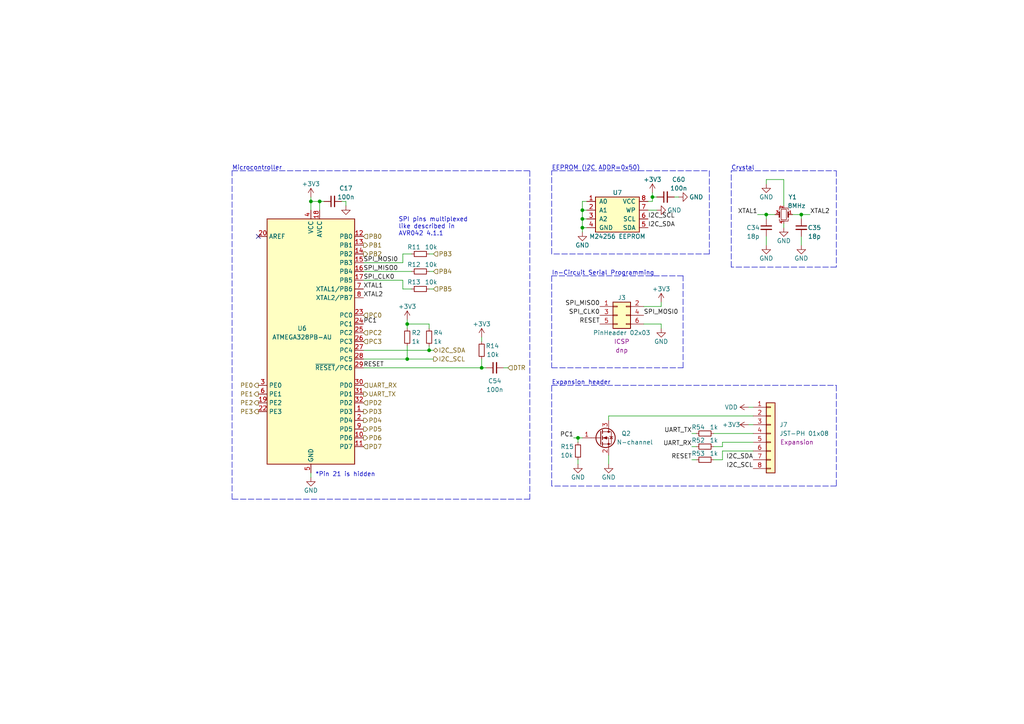
<source format=kicad_sch>
(kicad_sch (version 20211123) (generator eeschema)
  (paper "A4")
  (title_block (title "4x38W amp with DSP and BT") (date "2021-12-01") (rev "1.0") (company "ZOUDIO"))
  (lib_symbols
    (symbol "Connector_Generic:Conn_01x08" (pin_names (offset 1.016) hide)
      (property "Reference" "J" (at 0 10.16 0))
      (property "Value" "Conn_01x08" (at 0 -12.7 0))
      (symbol "Conn_01x08_1_1"
        (rectangle (start -1.27 -10.033) (end 0 -10.287) (stroke (width 0.1524)))
        (rectangle (start -1.27 -7.493) (end 0 -7.747) (stroke (width 0.1524)))
        (rectangle (start -1.27 -4.953) (end 0 -5.207) (stroke (width 0.1524)))
        (rectangle (start -1.27 -2.413) (end 0 -2.667) (stroke (width 0.1524)))
        (rectangle (start -1.27 0.127) (end 0 -0.127) (stroke (width 0.1524)))
        (rectangle (start -1.27 2.667) (end 0 2.413) (stroke (width 0.1524)))
        (rectangle (start -1.27 5.207) (end 0 4.953) (stroke (width 0.1524)))
        (rectangle (start -1.27 7.747) (end 0 7.493) (stroke (width 0.1524)))
        (rectangle (start -1.27 8.89) (end 1.27 -11.43) (stroke (width 0.254)) (fill (type background)))
        (pin passive line (at -5.08 7.62 0) (length 3.81) (name "Pin_1") (number "1"))
        (pin passive line (at -5.08 5.08 0) (length 3.81) (name "Pin_2") (number "2"))
        (pin passive line (at -5.08 2.54 0) (length 3.81) (name "Pin_3") (number "3"))
        (pin passive line (at -5.08 0 0) (length 3.81) (name "Pin_4") (number "4"))
        (pin passive line (at -5.08 -2.54 0) (length 3.81) (name "Pin_5") (number "5"))
        (pin passive line (at -5.08 -5.08 0) (length 3.81) (name "Pin_6") (number "6"))
        (pin passive line (at -5.08 -7.62 0) (length 3.81) (name "Pin_7") (number "7"))
        (pin passive line (at -5.08 -10.16 0) (length 3.81) (name "Pin_8") (number "8"))
      )
    )
    (symbol "Connector_Generic:Conn_02x03_Odd_Even" (pin_names (offset 1.016) hide)
      (property "Reference" "J" (at 1.27 5.08 0))
      (property "Value" "Conn_02x03_Odd_Even" (at 1.27 -5.08 0))
      (symbol "Conn_02x03_Odd_Even_1_1"
        (rectangle (start -1.27 -2.413) (end 0 -2.667) (stroke (width 0.1524)))
        (rectangle (start -1.27 0.127) (end 0 -0.127) (stroke (width 0.1524)))
        (rectangle (start -1.27 2.667) (end 0 2.413) (stroke (width 0.1524)))
        (rectangle (start -1.27 3.81) (end 3.81 -3.81) (stroke (width 0.254)) (fill (type background)))
        (rectangle (start 3.81 -2.413) (end 2.54 -2.667) (stroke (width 0.1524)))
        (rectangle (start 3.81 0.127) (end 2.54 -0.127) (stroke (width 0.1524)))
        (rectangle (start 3.81 2.667) (end 2.54 2.413) (stroke (width 0.1524)))
        (pin passive line (at -5.08 2.54 0) (length 3.81) (name "Pin_1") (number "1"))
        (pin passive line (at 7.62 2.54 180) (length 3.81) (name "Pin_2") (number "2"))
        (pin passive line (at -5.08 0 0) (length 3.81) (name "Pin_3") (number "3"))
        (pin passive line (at 7.62 0 180) (length 3.81) (name "Pin_4") (number "4"))
        (pin passive line (at -5.08 -2.54 0) (length 3.81) (name "Pin_5") (number "5"))
        (pin passive line (at 7.62 -2.54 180) (length 3.81) (name "Pin_6") (number "6"))
      )
    )
    (symbol "Device:C_Small" (pin_numbers hide) (pin_names (offset 0.254) hide)
      (property "Reference" "C" (at 0.254 1.778 0))
      (property "Value" "C_Small" (at 0.254 -2.032 0))
      (symbol "C_Small_0_1"
        (polyline (pts (xy -1.524 -0.508) (xy 1.524 -0.508)) (stroke (width 0.3302)))
        (polyline (pts (xy -1.524 0.508) (xy 1.524 0.508)) (stroke (width 0.3048)))
      )
      (symbol "C_Small_1_1"
        (pin passive line (at 0 2.54 270) (length 2.032) (name "~") (number "1"))
        (pin passive line (at 0 -2.54 90) (length 2.032) (name "~") (number "2"))
      )
    )
    (symbol "Device:Crystal_GND24_Small" (pin_names (offset 1.016) hide)
      (property "Reference" "Y" (at 1.27 4.445 0))
      (property "Value" "Crystal_GND24_Small" (at 1.27 2.54 0))
      (symbol "Crystal_GND24_Small_0_1"
        (rectangle (start -0.762 -1.524) (end 0.762 1.524))
        (polyline (pts (xy -1.27 -0.762) (xy -1.27 0.762)) (stroke (width 0.381)))
        (polyline (pts (xy 1.27 -0.762) (xy 1.27 0.762)) (stroke (width 0.381)))
        (polyline (pts (xy -1.27 -1.27) (xy -1.27 -1.905) (xy 1.27 -1.905) (xy 1.27 -1.27)))
        (polyline (pts (xy -1.27 1.27) (xy -1.27 1.905) (xy 1.27 1.905) (xy 1.27 1.27)))
      )
      (symbol "Crystal_GND24_Small_1_1"
        (pin passive line (at -2.54 0 0) (length 1.27) (name "1") (number "1"))
        (pin passive line (at 0 -2.54 90) (length 0.635) (name "2") (number "2"))
        (pin passive line (at 2.54 0 180) (length 1.27) (name "3") (number "3"))
        (pin passive line (at 0 2.54 270) (length 0.635) (name "4") (number "4"))
      )
    )
    (symbol "Device:Q_NMOS_GSD" (pin_names (offset 0) hide)
      (property "Reference" "Q" (at 5.08 1.27 0))
      (property "Value" "Q_NMOS_GSD" (at 5.08 -1.27 0))
      (symbol "Q_NMOS_GSD_0_1"
        (polyline (pts (xy 0.254 0) (xy -2.54 0)))
        (polyline (pts (xy 0.254 1.905) (xy 0.254 -1.905)) (stroke (width 0.254)))
        (polyline (pts (xy 0.762 -1.27) (xy 0.762 -2.286)) (stroke (width 0.254)))
        (polyline (pts (xy 0.762 0.508) (xy 0.762 -0.508)) (stroke (width 0.254)))
        (polyline (pts (xy 0.762 2.286) (xy 0.762 1.27)) (stroke (width 0.254)))
        (polyline (pts (xy 2.54 2.54) (xy 2.54 1.778)))
        (polyline (pts (xy 2.54 -2.54) (xy 2.54 0) (xy 0.762 0)))
        (polyline (pts (xy 0.762 -1.778) (xy 3.302 -1.778) (xy 3.302 1.778) (xy 0.762 1.778)))
        (polyline (pts (xy 1.016 0) (xy 2.032 0.381) (xy 2.032 -0.381) (xy 1.016 0)) (fill (type outline)))
        (polyline (pts (xy 2.794 0.508) (xy 2.921 0.381) (xy 3.683 0.381) (xy 3.81 0.254)))
        (polyline (pts (xy 3.302 0.381) (xy 2.921 -0.254) (xy 3.683 -0.254) (xy 3.302 0.381)))
        (circle (center 1.651 0) (radius 2.794) (stroke (width 0.254)))
        (circle (center 2.54 -1.778) (radius 0.254) (fill (type outline)))
        (circle (center 2.54 1.778) (radius 0.254) (fill (type outline)))
      )
      (symbol "Q_NMOS_GSD_1_1"
        (pin input line (at -5.08 0 0) (length 2.54) (name "G") (number "1"))
        (pin passive line (at 2.54 -5.08 90) (length 2.54) (name "S") (number "2"))
        (pin passive line (at 2.54 5.08 270) (length 2.54) (name "D") (number "3"))
      )
    )
    (symbol "Device:R_Small" (pin_numbers hide) (pin_names (offset 0.254) hide)
      (property "Reference" "R" (at 0.762 0.508 0))
      (property "Value" "R_Small" (at 0.762 -1.016 0))
      (symbol "R_Small_0_1"
        (rectangle (start -0.762 1.778) (end 0.762 -1.778) (stroke (width 0.2032)))
      )
      (symbol "R_Small_1_1"
        (pin passive line (at 0 2.54 270) (length 0.762) (name "~") (number "1"))
        (pin passive line (at 0 -2.54 90) (length 0.762) (name "~") (number "2"))
      )
    )
    (symbol "MCU_Microchip_ATmega:ATmega328PB-AU"
      (property "Reference" "U" (at -12.7 36.83 0))
      (property "Value" "MCU_Microchip_ATmega_ATmega328PB-AU" (at 2.54 -36.83 0))
      (symbol "ATmega328PB-AU_0_1"
        (rectangle (start -12.7 -35.56) (end 12.7 35.56) (stroke (width 0.254)) (fill (type background)))
      )
      (symbol "ATmega328PB-AU_1_1"
        (pin bidirectional line (at 15.24 -20.32 180) (length 2.54) (name "PD3") (number "1"))
        (pin bidirectional line (at 15.24 -27.94 180) (length 2.54) (name "PD6") (number "10"))
        (pin bidirectional line (at 15.24 -30.48 180) (length 2.54) (name "PD7") (number "11"))
        (pin bidirectional line (at 15.24 30.48 180) (length 2.54) (name "PB0") (number "12"))
        (pin bidirectional line (at 15.24 27.94 180) (length 2.54) (name "PB1") (number "13"))
        (pin bidirectional line (at 15.24 25.4 180) (length 2.54) (name "PB2") (number "14"))
        (pin bidirectional line (at 15.24 22.86 180) (length 2.54) (name "PB3") (number "15"))
        (pin bidirectional line (at 15.24 20.32 180) (length 2.54) (name "PB4") (number "16"))
        (pin bidirectional line (at 15.24 17.78 180) (length 2.54) (name "PB5") (number "17"))
        (pin power_in line (at 2.54 38.1 270) (length 2.54) (name "AVCC") (number "18"))
        (pin bidirectional line (at -15.24 -17.78 0) (length 2.54) (name "PE2") (number "19"))
        (pin bidirectional line (at 15.24 -22.86 180) (length 2.54) (name "PD4") (number "2"))
        (pin passive line (at -15.24 30.48 0) (length 2.54) (name "AREF") (number "20"))
        (pin passive line (at 0 -38.1 90) (length 2.54) hide (name "GND") (number "21"))
        (pin bidirectional line (at -15.24 -20.32 0) (length 2.54) (name "PE3") (number "22"))
        (pin bidirectional line (at 15.24 7.62 180) (length 2.54) (name "PC0") (number "23"))
        (pin bidirectional line (at 15.24 5.08 180) (length 2.54) (name "PC1") (number "24"))
        (pin bidirectional line (at 15.24 2.54 180) (length 2.54) (name "PC2") (number "25"))
        (pin bidirectional line (at 15.24 0 180) (length 2.54) (name "PC3") (number "26"))
        (pin bidirectional line (at 15.24 -2.54 180) (length 2.54) (name "PC4") (number "27"))
        (pin bidirectional line (at 15.24 -5.08 180) (length 2.54) (name "PC5") (number "28"))
        (pin bidirectional line (at 15.24 -7.62 180) (length 2.54) (name "~{RESET}/PC6") (number "29"))
        (pin bidirectional line (at -15.24 -12.7 0) (length 2.54) (name "PE0") (number "3"))
        (pin bidirectional line (at 15.24 -12.7 180) (length 2.54) (name "PD0") (number "30"))
        (pin bidirectional line (at 15.24 -15.24 180) (length 2.54) (name "PD1") (number "31"))
        (pin bidirectional line (at 15.24 -17.78 180) (length 2.54) (name "PD2") (number "32"))
        (pin power_in line (at 0 38.1 270) (length 2.54) (name "VCC") (number "4"))
        (pin power_in line (at 0 -38.1 90) (length 2.54) (name "GND") (number "5"))
        (pin bidirectional line (at -15.24 -15.24 0) (length 2.54) (name "PE1") (number "6"))
        (pin bidirectional line (at 15.24 15.24 180) (length 2.54) (name "XTAL1/PB6") (number "7"))
        (pin bidirectional line (at 15.24 12.7 180) (length 2.54) (name "XTAL2/PB7") (number "8"))
        (pin bidirectional line (at 15.24 -25.4 180) (length 2.54) (name "PD5") (number "9"))
      )
    )
    (symbol "ZOUDIO-symbols:EEPROM_TSSOP" (pin_names (offset 1.016))
      (property "Reference" "U" (at 0 6.35 0))
      (property "Value" "EEPROM_TSSOP" (at 0 -6.35 0))
      (symbol "EEPROM_TSSOP_0_1"
        (rectangle (start -6.35 5.08) (end 6.35 -5.08) (stroke (width 0.254)) (fill (type background)))
      )
      (symbol "EEPROM_TSSOP_1_1"
        (pin input line (at -8.89 3.81 0) (length 2.54) (name "A0") (number "1"))
        (pin input line (at -8.89 1.27 0) (length 2.54) (name "A1") (number "2"))
        (pin input line (at -8.89 -1.27 0) (length 2.54) (name "A2") (number "3"))
        (pin input line (at -8.89 -3.81 0) (length 2.54) (name "GND") (number "4"))
        (pin input line (at 8.89 -3.81 180) (length 2.54) (name "SDA") (number "5"))
        (pin input line (at 8.89 -1.27 180) (length 2.54) (name "SCL") (number "6"))
        (pin input line (at 8.89 1.27 180) (length 2.54) (name "WP") (number "7"))
        (pin input line (at 8.89 3.81 180) (length 2.54) (name "VCC") (number "8"))
      )
    )
    (symbol "power:+3V3" (power) (pin_names (offset 0))
      (property "Value" "+3V3" (at 0 3.556 0))
      (symbol "+3V3_0_1"
        (polyline (pts (xy -0.762 1.27) (xy 0 2.54)))
        (polyline (pts (xy 0 0) (xy 0 2.54)))
        (polyline (pts (xy 0 2.54) (xy 0.762 1.27)))
      )
      (symbol "+3V3_1_1"
        (pin power_in line (at 0 0 90) (length 0) hide (name "+3V3") (number "1"))
      )
    )
    (symbol "power:GND" (power) (pin_names (offset 0))
      (property "Value" "GND" (at 0 -3.81 0))
      (symbol "GND_0_1"
        (polyline (pts (xy 0 0) (xy 0 -1.27) (xy 1.27 -1.27) (xy 0 -2.54) (xy -1.27 -1.27) (xy 0 -1.27)))
      )
      (symbol "GND_1_1"
        (pin power_in line (at 0 0 270) (length 0) hide (name "GND") (number "1"))
      )
    )
    (symbol "power:VDD" (power) (pin_names (offset 0))
      (property "Value" "VDD" (at 0 3.81 0))
      (symbol "VDD_0_1"
        (polyline (pts (xy -0.762 1.27) (xy 0 2.54)))
        (polyline (pts (xy 0 0) (xy 0 2.54)))
        (polyline (pts (xy 0 2.54) (xy 0.762 1.27)))
      )
      (symbol "VDD_1_1"
        (pin power_in line (at 0 0 90) (length 0) hide (name "VDD") (number "1"))
      )
    )
  )
  (junction (at 168.91 63.5))
  (junction (at 189.23 57.15))
  (junction (at 118.11 93.98))
  (junction (at 232.41 62.23))
  (junction (at 168.91 66.04))
  (junction (at 167.64 127))
  (junction (at 124.46 101.6))
  (junction (at 90.17 58.42))
  (junction (at 92.71 58.42))
  (junction (at 222.25 62.23))
  (junction (at 118.11 104.14))
  (junction (at 168.91 60.96))
  (junction (at 139.7 106.68))
  (no_connect (at 74.93 68.58))
  (wire (pts (xy 189.23 55.88) (xy 189.23 57.15)))
  (polyline (pts (xy 160.02 140.97) (xy 160.02 111.76)))
  (wire (pts (xy 125.73 101.6) (xy 124.46 101.6)))
  (polyline (pts (xy 160.02 106.68) (xy 198.12 106.68)))
  (wire (pts (xy 139.7 106.68) (xy 140.97 106.68)))
  (wire (pts (xy 189.23 57.15) (xy 189.23 58.42)))
  (wire (pts (xy 207.01 125.73) (xy 218.44 125.73)))
  (wire (pts (xy 218.44 123.19) (xy 217.17 123.19)))
  (wire (pts (xy 187.96 60.96) (xy 190.5 60.96)))
  (wire (pts (xy 166.37 127) (xy 167.64 127)))
  (wire (pts (xy 92.71 60.96) (xy 92.71 58.42)))
  (wire (pts (xy 176.53 132.08) (xy 176.53 134.62)))
  (wire (pts (xy 124.46 100.33) (xy 124.46 101.6)))
  (wire (pts (xy 118.11 93.98) (xy 124.46 93.98)))
  (wire (pts (xy 209.55 128.27) (xy 209.55 129.54)))
  (wire (pts (xy 105.41 81.28) (xy 116.84 81.28)))
  (wire (pts (xy 167.64 127) (xy 168.91 127)))
  (wire (pts (xy 218.44 130.81) (xy 209.55 130.81)))
  (wire (pts (xy 93.98 58.42) (xy 92.71 58.42)))
  (wire (pts (xy 118.11 93.98) (xy 118.11 95.25)))
  (wire (pts (xy 100.33 58.42) (xy 99.06 58.42)))
  (wire (pts (xy 186.69 88.9) (xy 191.77 88.9)))
  (wire (pts (xy 146.05 106.68) (xy 147.32 106.68)))
  (polyline (pts (xy 67.31 49.53) (xy 153.67 49.53)))
  (wire (pts (xy 222.25 52.07) (xy 222.25 53.34)))
  (wire (pts (xy 209.55 129.54) (xy 207.01 129.54)))
  (wire (pts (xy 116.84 81.28) (xy 116.84 83.82)))
  (wire (pts (xy 232.41 71.12) (xy 232.41 68.58)))
  (wire (pts (xy 139.7 97.79) (xy 139.7 99.06)))
  (polyline (pts (xy 205.74 49.53) (xy 205.74 73.66)))
  (wire (pts (xy 176.53 121.92) (xy 176.53 120.65)))
  (wire (pts (xy 176.53 120.65) (xy 218.44 120.65)))
  (wire (pts (xy 119.38 78.74) (xy 105.41 78.74)))
  (wire (pts (xy 191.77 93.98) (xy 186.69 93.98)))
  (wire (pts (xy 100.33 59.69) (xy 100.33 58.42)))
  (wire (pts (xy 200.66 133.35) (xy 201.93 133.35)))
  (wire (pts (xy 90.17 137.16) (xy 90.17 138.43)))
  (wire (pts (xy 222.25 62.23) (xy 224.79 62.23)))
  (wire (pts (xy 227.33 52.07) (xy 222.25 52.07)))
  (wire (pts (xy 125.73 104.14) (xy 118.11 104.14)))
  (wire (pts (xy 124.46 93.98) (xy 124.46 95.25)))
  (wire (pts (xy 232.41 63.5) (xy 232.41 62.23)))
  (polyline (pts (xy 153.67 144.78) (xy 67.31 144.78)))
  (wire (pts (xy 222.25 62.23) (xy 222.25 63.5)))
  (wire (pts (xy 209.55 133.35) (xy 207.01 133.35)))
  (wire (pts (xy 189.23 58.42) (xy 187.96 58.42)))
  (polyline (pts (xy 160.02 49.53) (xy 205.74 49.53)))
  (wire (pts (xy 232.41 62.23) (xy 229.87 62.23)))
  (polyline (pts (xy 67.31 144.78) (xy 67.31 49.53)))
  (wire (pts (xy 168.91 66.04) (xy 168.91 67.31)))
  (wire (pts (xy 168.91 63.5) (xy 168.91 66.04)))
  (wire (pts (xy 105.41 76.2) (xy 116.84 76.2)))
  (wire (pts (xy 167.64 128.27) (xy 167.64 127)))
  (wire (pts (xy 168.91 58.42) (xy 168.91 60.96)))
  (polyline (pts (xy 160.02 80.01) (xy 160.02 106.68)))
  (polyline (pts (xy 205.74 73.66) (xy 160.02 73.66)))
  (wire (pts (xy 191.77 93.98) (xy 191.77 95.25)))
  (wire (pts (xy 118.11 92.71) (xy 118.11 93.98)))
  (polyline (pts (xy 242.57 140.97) (xy 160.02 140.97)))
  (wire (pts (xy 92.71 58.42) (xy 90.17 58.42)))
  (polyline (pts (xy 242.57 49.53) (xy 242.57 77.47)))
  (wire (pts (xy 168.91 63.5) (xy 168.91 60.96)))
  (wire (pts (xy 227.33 64.77) (xy 227.33 66.04)))
  (wire (pts (xy 105.41 101.6) (xy 124.46 101.6)))
  (wire (pts (xy 209.55 130.81) (xy 209.55 133.35)))
  (wire (pts (xy 90.17 58.42) (xy 90.17 60.96)))
  (wire (pts (xy 139.7 104.14) (xy 139.7 106.68)))
  (polyline (pts (xy 160.02 73.66) (xy 160.02 49.53)))
  (wire (pts (xy 105.41 106.68) (xy 139.7 106.68)))
  (polyline (pts (xy 160.02 111.76) (xy 242.57 111.76)))
  (wire (pts (xy 118.11 104.14) (xy 105.41 104.14)))
  (wire (pts (xy 125.73 73.66) (xy 124.46 73.66)))
  (wire (pts (xy 191.77 88.9) (xy 191.77 87.63)))
  (wire (pts (xy 200.66 129.54) (xy 201.93 129.54)))
  (polyline (pts (xy 212.09 77.47) (xy 212.09 49.53)))
  (polyline (pts (xy 153.67 49.53) (xy 153.67 144.78)))
  (wire (pts (xy 116.84 73.66) (xy 119.38 73.66)))
  (wire (pts (xy 118.11 100.33) (xy 118.11 104.14)))
  (wire (pts (xy 200.66 125.73) (xy 201.93 125.73)))
  (wire (pts (xy 218.44 128.27) (xy 209.55 128.27)))
  (wire (pts (xy 125.73 83.82) (xy 124.46 83.82)))
  (wire (pts (xy 125.73 78.74) (xy 124.46 78.74)))
  (polyline (pts (xy 198.12 106.68) (xy 198.12 80.01)))
  (wire (pts (xy 116.84 83.82) (xy 119.38 83.82)))
  (wire (pts (xy 170.18 66.04) (xy 168.91 66.04)))
  (wire (pts (xy 222.25 71.12) (xy 222.25 68.58)))
  (wire (pts (xy 227.33 52.07) (xy 227.33 59.69)))
  (wire (pts (xy 217.17 118.11) (xy 218.44 118.11)))
  (polyline (pts (xy 212.09 49.53) (xy 242.57 49.53)))
  (wire (pts (xy 116.84 76.2) (xy 116.84 73.66)))
  (polyline (pts (xy 242.57 77.47) (xy 212.09 77.47)))
  (wire (pts (xy 167.64 133.35) (xy 167.64 134.62)))
  (wire (pts (xy 219.71 62.23) (xy 222.25 62.23)))
  (wire (pts (xy 168.91 60.96) (xy 170.18 60.96)))
  (wire (pts (xy 234.95 62.23) (xy 232.41 62.23)))
  (wire (pts (xy 195.58 57.15) (xy 196.85 57.15)))
  (polyline (pts (xy 198.12 80.01) (xy 160.02 80.01)))
  (polyline (pts (xy 242.57 111.76) (xy 242.57 140.97)))
  (wire (pts (xy 170.18 58.42) (xy 168.91 58.42)))
  (wire (pts (xy 170.18 63.5) (xy 168.91 63.5)))
  (wire (pts (xy 189.23 57.15) (xy 190.5 57.15)))
  (wire (pts (xy 90.17 58.42) (xy 90.17 57.15)))
  (text "Microcontroller" (at 67.31 49.53 0) (effects (font (size 1.27 1.27)) (justify left bottom)))
  (text "EEPROM (I2C ADDR=0x50)" (at 160.02 49.53 0) (effects (font (size 1.27 1.27)) (justify left bottom)))
  (text "Expansion header" (at 160.02 111.76 0) (effects (font (size 1.27 1.27)) (justify left bottom)))
  (text "In-Circuit Serial Programming" (at 160.02 80.01 0) (effects (font (size 1.27 1.27)) (justify left bottom)))
  (text "SPI pins multiplexed \nlike described in \nAVR042 4.1.1" (at 115.57 68.58 0) (effects (font (size 1.27 1.27)) (justify left bottom)))
  (text "Crystal" (at 212.09 49.53 0) (effects (font (size 1.27 1.27)) (justify left bottom)))
  (text "*Pin 21 is hidden" (at 91.44 138.43 0) (effects (font (size 1.27 1.27)) (justify left bottom)))
  (label "RESET" (at 173.99 93.98 180))
  (label "PC1" (at 166.37 127 180))
  (label "I2C_SCL" (at 187.96 63.5 0))
  (label "RESET" (at 200.66 133.35 180))
  (label "SPI_CLK0" (at 173.99 91.44 180))
  (label "SPI_MISO0" (at 105.41 78.74 0))
  (label "UART_RX" (at 200.66 129.54 180))
  (label "SPI_MOSI0" (at 105.41 76.2 0))
  (label "I2C_SDA" (at 218.44 133.35 180))
  (label "SPI_MISO0" (at 173.99 88.9 180))
  (label "I2C_SCL" (at 218.44 135.89 180))
  (label "SPI_MOSI0" (at 186.69 91.44 0))
  (label "RESET" (at 105.41 106.68 0))
  (label "XTAL1" (at 105.41 83.82 0))
  (label "SPI_CLK0" (at 105.41 81.28 0))
  (label "I2C_SDA" (at 187.96 66.04 0))
  (label "XTAL2" (at 105.41 86.36 0))
  (label "UART_TX" (at 200.66 125.73 180))
  (label "XTAL2" (at 234.95 62.23 0))
  (label "XTAL1" (at 219.71 62.23 180))
  (label "PC1" (at 105.41 93.98 0))
  (hierarchical_label "PD7" (shape input) (at 105.41 129.54 0))
  (hierarchical_label "PB0" (shape input) (at 105.41 68.58 0))
  (hierarchical_label "PB5" (shape input) (at 125.73 83.82 0))
  (hierarchical_label "PE3" (shape output) (at 74.93 119.38 180))
  (hierarchical_label "PB1" (shape output) (at 105.41 71.12 0))
  (hierarchical_label "PC3" (shape input) (at 105.41 99.06 0))
  (hierarchical_label "PD2" (shape input) (at 105.41 116.84 0))
  (hierarchical_label "PC0" (shape input) (at 105.41 91.44 0))
  (hierarchical_label "UART_RX" (shape input) (at 105.41 111.76 0))
  (hierarchical_label "PB3" (shape input) (at 125.73 73.66 0))
  (hierarchical_label "PD6" (shape output) (at 105.41 127 0))
  (hierarchical_label "PD3" (shape output) (at 105.41 119.38 0))
  (hierarchical_label "DTR" (shape input) (at 147.32 106.68 0))
  (hierarchical_label "PD5" (shape output) (at 105.41 124.46 0))
  (hierarchical_label "PE2" (shape output) (at 74.93 116.84 180))
  (hierarchical_label "I2C_SCL" (shape output) (at 125.73 104.14 0))
  (hierarchical_label "PE0" (shape output) (at 74.93 111.76 180))
  (hierarchical_label "PD4" (shape output) (at 105.41 121.92 0))
  (hierarchical_label "PB2" (shape output) (at 105.41 73.66 0))
  (hierarchical_label "UART_TX" (shape output) (at 105.41 114.3 0))
  (hierarchical_label "PE1" (shape output) (at 74.93 114.3 180))
  (hierarchical_label "PC2" (shape input) (at 105.41 96.52 0))
  (hierarchical_label "PB4" (shape input) (at 125.73 78.74 0))
  (hierarchical_label "I2C_SDA" (shape bidirectional) (at 125.73 101.6 0))
  (symbol (lib_id "Connector_Generic:Conn_01x08") (at 223.52 125.73 0) (unit 1)
    (property "Reference" "J7" (at 226.06 123.19 0) (effects (justify left)))
    (property "Value" "JST-PH 01x08" (at 226.06 125.73 0) (effects (justify left)))
    (property "Footprint" "Connector_JST:JST_PH_B8B-PH-K_1x08_P2.00mm_Vertical" (effects hide))
    (property "Function" "Expansion" (at 231.14 128.27 0))
    (property "Manufacturer" "JST" (effects hide))
    (property "Partnumber" "B8B-PH-K-S(LF)(SN)" (effects hide))
  )
  (symbol (lib_id "power:+3V3") (at 217.17 123.19 90) (unit 1)
    (property "Reference" "#PWR0155" (effects hide))
    (property "Value" "+3V3" (at 212.09 123.19 90))
  )
  (symbol (lib_id "power:VDD") (at 217.17 118.11 90) (unit 1)
    (property "Reference" "#PWR0154" (effects hide))
    (property "Value" "VDD" (at 212.09 118.11 90))
  )
  (symbol (lib_id "Device:R_Small") (at 167.64 130.81 0) (unit 1)
    (property "Reference" "R15" (at 162.56 129.54 0) (effects (justify left)))
    (property "Value" "10k" (at 162.56 132.08 0) (effects (justify left)))
    (property "Footprint" "Resistor_SMD:R_0603_1608Metric" (effects hide))
    (property "Manufacturer" "Yageo" (effects hide))
    (property "Partnumber" "RC0603FR-0710KL" (effects hide))
  )
  (symbol (lib_id "Device:R_Small") (at 121.92 83.82 270) (unit 1)
    (property "Reference" "R13" (at 118.11 82.55 90) (effects (justify left bottom)))
    (property "Value" "10k" (at 123.19 82.55 90) (effects (justify left bottom)))
    (property "Footprint" "Resistor_SMD:R_0603_1608Metric" (effects hide))
    (property "Manufacturer" "Yageo" (effects hide))
    (property "Partnumber" "RC0603FR-0710KL" (effects hide))
  )
  (symbol (lib_id "power:+3V3") (at 90.17 57.15 0) (unit 1)
    (property "Reference" "#PWR0143" (effects hide))
    (property "Value" "+3V3" (at 90.17 53.34 0))
  )
  (symbol (lib_id "Device:C_Small") (at 96.52 58.42 90) (unit 1)
    (property "Reference" "C17" (at 100.33 54.61 90))
    (property "Value" "100n" (at 100.33 57.15 90))
    (property "Footprint" "Capacitor_SMD:C_0603_1608Metric" (effects hide))
    (property "Manufacturer" "Murata" (effects hide))
    (property "Partnumber" "GCM188L81H104KA57D" (effects hide))
  )
  (symbol (lib_id "power:GND") (at 100.33 59.69 0) (unit 1)
    (property "Reference" "#PWR0144" (effects hide))
    (property "Value" "GND" (effects hide))
  )
  (symbol (lib_id "ZOUDIO-symbols:EEPROM_TSSOP") (at 179.07 62.23 0) (unit 1)
    (property "Reference" "U7" (at 179.07 55.88 0))
    (property "Value" "M24256 EEPROM" (at 179.07 68.58 0))
    (property "Footprint" "Package_SO:TSSOP-8_4.4x3mm_P0.65mm" (effects hide))
    (property "Manufacturer" "ST" (effects hide))
    (property "Partnumber" "M24256-BRDW6TP" (effects hide))
  )
  (symbol (lib_id "power:+3V3") (at 189.23 55.88 0) (unit 1)
    (property "Reference" "#PWR0148" (effects hide))
    (property "Value" "+3V3" (at 189.23 52.07 0))
  )
  (symbol (lib_id "Device:R_Small") (at 118.11 97.79 0) (unit 1)
    (property "Reference" "R2" (at 119.38 96.52 0) (effects (justify left)))
    (property "Value" "1k" (at 119.38 99.06 0) (effects (justify left)))
    (property "Footprint" "Resistor_SMD:R_0603_1608Metric" (effects hide))
    (property "Manufacturer" "Yageo" (effects hide))
    (property "Partnumber" "RC0603FR-071KL" (effects hide))
  )
  (symbol (lib_id "Device:R_Small") (at 124.46 97.79 0) (unit 1)
    (property "Reference" "R4" (at 125.73 96.52 0) (effects (justify left)))
    (property "Value" "1k" (at 125.73 99.06 0) (effects (justify left)))
    (property "Footprint" "Resistor_SMD:R_0603_1608Metric" (effects hide))
    (property "Manufacturer" "Yageo" (effects hide))
    (property "Partnumber" "RC0603FR-071KL" (effects hide))
  )
  (symbol (lib_id "power:+3V3") (at 118.11 92.71 0) (unit 1)
    (property "Reference" "#PWR0149" (effects hide))
    (property "Value" "+3V3" (at 118.11 88.9 0))
  )
  (symbol (lib_id "Connector_Generic:Conn_02x03_Odd_Even") (at 179.07 91.44 0) (unit 1)
    (property "Reference" "J3" (at 180.34 86.36 0))
    (property "Value" "PinHeader 02x03" (at 180.34 96.52 0))
    (property "Footprint" "Connector_PinHeader_2.54mm:PinHeader_2x03_P2.54mm_Vertical" (effects hide))
    (property "Function" "ICSP" (at 180.34 99.06 0))
    (property "Config" "dnp" (at 180.34 101.6 0))
  )
  (symbol (lib_id "power:+3V3") (at 191.77 87.63 0) (unit 1)
    (property "Reference" "#PWR0151" (effects hide))
    (property "Value" "+3V3" (at 191.77 83.82 0))
  )
  (symbol (lib_id "Device:C_Small") (at 143.51 106.68 90) (unit 1)
    (property "Reference" "C54" (at 143.51 110.49 90))
    (property "Value" "100n" (at 143.51 113.03 90))
    (property "Footprint" "Capacitor_SMD:C_0603_1608Metric" (effects hide))
    (property "Manufacturer" "Murata" (effects hide))
    (property "Partnumber" "GCM188L81H104KA57D" (effects hide))
  )
  (symbol (lib_id "Device:R_Small") (at 139.7 101.6 180) (unit 1)
    (property "Reference" "R14" (at 144.78 100.33 0) (effects (justify left)))
    (property "Value" "10k" (at 144.78 102.87 0) (effects (justify left)))
    (property "Footprint" "Resistor_SMD:R_0603_1608Metric" (effects hide))
    (property "Manufacturer" "Yageo" (effects hide))
    (property "Partnumber" "RC0603FR-0710KL" (effects hide))
  )
  (symbol (lib_id "power:+3V3") (at 139.7 97.79 0) (unit 1)
    (property "Reference" "#PWR0152" (effects hide))
    (property "Value" "+3V3" (at 139.7 93.98 0))
  )
  (symbol (lib_id "Device:Crystal_GND24_Small") (at 227.33 62.23 180) (unit 1)
    (property "Reference" "Y1" (at 231.14 57.15 0) (effects (justify left)))
    (property "Value" "8MHz" (at 233.68 59.69 0) (effects (justify left)))
    (property "Footprint" "Crystal:Crystal_SMD_Abracon_ABM3C-4Pin_5.0x3.2mm" (effects hide))
    (property "Manufacturer" "ECS" (effects hide))
    (property "Partnumber" "ECS-80-18-30B-AGN-TR" (effects hide))
  )
  (symbol (lib_id "Device:C_Small") (at 222.25 66.04 0) (unit 1)
    (property "Reference" "C34" (at 218.44 66.04 0))
    (property "Value" "18p" (at 218.44 68.58 0))
    (property "Footprint" "Capacitor_SMD:C_0603_1608Metric" (effects hide))
    (property "Manufacturer" "Walsin" (effects hide))
    (property "Partnumber" "0603B104J500CT" (effects hide))
  )
  (symbol (lib_id "Device:C_Small") (at 232.41 66.04 0) (unit 1)
    (property "Reference" "C35" (at 236.22 66.04 0))
    (property "Value" "18p" (at 236.22 68.58 0))
    (property "Footprint" "Capacitor_SMD:C_0603_1608Metric" (effects hide))
    (property "Manufacturer" "Walsin" (effects hide))
    (property "Partnumber" "0603B104J500CT" (effects hide))
  )
  (symbol (lib_id "MCU_Microchip_ATmega:ATmega328PB-AU") (at 90.17 99.06 0) (unit 1)
    (property "Reference" "U6" (at 87.63 95.25 0))
    (property "Value" "ATMEGA328PB-AU" (at 87.63 97.79 0))
    (property "Footprint" "Package_QFP:TQFP-32_7x7mm_P0.8mm" (effects hide))
    (property "Manufacturer" "Microchip" (effects hide))
    (property "Partnumber" "ATMEGA328PB-AU" (effects hide))
  )
  (symbol (lib_id "Device:Q_NMOS_GSD") (at 173.99 127 0) (unit 1)
    (property "Reference" "Q2" (at 181.61 125.73 0))
    (property "Value" "N-channel" (at 184.15 128.27 0))
    (property "Footprint" "Package_TO_SOT_SMD:SOT-23" (effects hide))
    (property "Manufacturer" "Vishay" (effects hide))
    (property "Partnumber" "SI2316BDS-T1-GE3" (effects hide))
  )
  (symbol (lib_id "Device:C_Small") (at 193.04 57.15 90) (unit 1)
    (property "Reference" "C60" (at 196.85 52.07 90))
    (property "Value" "100n" (at 196.85 54.61 90))
    (property "Footprint" "Capacitor_SMD:C_0603_1608Metric" (effects hide))
    (property "Manufacturer" "Murata" (effects hide))
    (property "Partnumber" "GCM188L81H104KA57D" (effects hide))
  )
  (symbol (lib_id "power:GND") (at 196.85 57.15 90) (unit 1)
    (property "Reference" "#PWR0174" (effects hide))
    (property "Value" "GND" (at 201.93 57.15 90))
  )
  (symbol (lib_id "Device:R_Small") (at 204.47 125.73 90) (unit 1)
    (property "Reference" "R54" (at 204.47 123.19 90) (effects (justify left bottom)))
    (property "Value" "1k" (at 208.28 123.19 90) (effects (justify left bottom)))
    (property "Footprint" "Resistor_SMD:R_0603_1608Metric" (effects hide))
    (property "Manufacturer" "Yageo" (effects hide))
    (property "Partnumber" "RC0603FR-071KL" (effects hide))
  )
  (symbol (lib_id "Device:R_Small") (at 204.47 129.54 90) (unit 1)
    (property "Reference" "R52" (at 204.47 127 90) (effects (justify left bottom)))
    (property "Value" "1k" (at 208.28 127 90) (effects (justify left bottom)))
    (property "Footprint" "Resistor_SMD:R_0603_1608Metric" (effects hide))
    (property "Manufacturer" "Yageo" (effects hide))
    (property "Partnumber" "RC0603FR-071KL" (effects hide))
  )
  (symbol (lib_id "Device:R_Small") (at 204.47 133.35 90) (unit 1)
    (property "Reference" "R53" (at 204.47 130.81 90) (effects (justify left bottom)))
    (property "Value" "1k" (at 208.28 130.81 90) (effects (justify left bottom)))
    (property "Footprint" "Resistor_SMD:R_0603_1608Metric" (effects hide))
    (property "Manufacturer" "Yageo" (effects hide))
    (property "Partnumber" "RC0603FR-071KL" (effects hide))
  )
  (symbol (lib_id "Device:R_Small") (at 121.92 78.74 270) (unit 1)
    (property "Reference" "R12" (at 118.11 77.47 90) (effects (justify left bottom)))
    (property "Value" "10k" (at 123.19 77.47 90) (effects (justify left bottom)))
    (property "Footprint" "Resistor_SMD:R_0603_1608Metric" (effects hide))
    (property "Manufacturer" "Yageo" (effects hide))
    (property "Partnumber" "RC0603FR-0710KL" (effects hide))
  )
  (symbol (lib_id "Device:R_Small") (at 121.92 73.66 270) (unit 1)
    (property "Reference" "R11" (at 118.11 72.39 90) (effects (justify left bottom)))
    (property "Value" "10k" (at 123.19 72.39 90) (effects (justify left bottom)))
    (property "Footprint" "Resistor_SMD:R_0603_1608Metric" (effects hide))
    (property "Manufacturer" "Yageo" (effects hide))
    (property "Partnumber" "RC0603FR-0710KL" (effects hide))
  )
  (symbol (lib_id "power:GND") (at 232.41 71.12 0) (unit 1)
    (property "Reference" "#PWR0156" (effects hide))
    (property "Value" "GND" (at 232.41 74.93 0))
  )
  (symbol (lib_id "power:GND") (at 222.25 71.12 0) (unit 1)
    (property "Reference" "#PWR0153" (effects hide))
    (property "Value" "GND" (at 222.25 74.93 0))
  )
  (symbol (lib_id "power:GND") (at 222.25 53.34 0) (unit 1)
    (property "Reference" "#PWR0150" (effects hide))
    (property "Value" "GND" (at 222.25 57.15 0))
  )
  (symbol (lib_id "power:GND") (at 227.33 66.04 0) (unit 1)
    (property "Reference" "#PWR0157" (effects hide))
    (property "Value" "GND" (at 227.33 69.85 0))
  )
  (symbol (lib_id "power:GND") (at 190.5 60.96 90) (unit 1)
    (property "Reference" "#PWR0158" (effects hide))
    (property "Value" "GND" (at 195.58 60.96 90))
  )
  (symbol (lib_id "power:GND") (at 168.91 67.31 0) (unit 1)
    (property "Reference" "#PWR0159" (effects hide))
    (property "Value" "GND" (at 168.91 71.12 0))
  )
  (symbol (lib_id "power:GND") (at 191.77 95.25 0) (unit 1)
    (property "Reference" "#PWR0160" (effects hide))
    (property "Value" "GND" (at 191.77 99.06 0))
  )
  (symbol (lib_id "power:GND") (at 167.64 134.62 0) (unit 1)
    (property "Reference" "#PWR0163" (effects hide))
    (property "Value" "GND" (at 167.64 138.43 0))
  )
  (symbol (lib_id "power:GND") (at 176.53 134.62 0) (unit 1)
    (property "Reference" "#PWR0164" (effects hide))
    (property "Value" "GND" (at 176.53 138.43 0))
  )
  (symbol (lib_id "power:GND") (at 90.17 138.43 0) (unit 1)
    (property "Reference" "#PWR0165" (effects hide))
    (property "Value" "GND" (at 90.17 142.24 0))
  )
)
</source>
